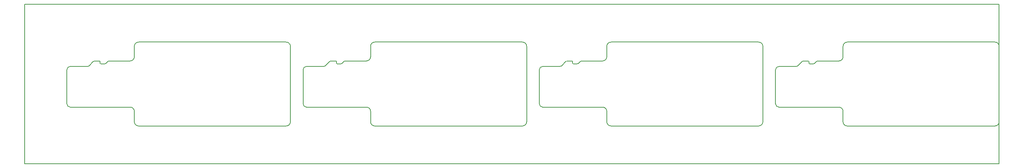
<source format=gm1>
G04 Layer_Color=16711935*
%FSLAX43Y43*%
%MOMM*%
G71*
G01*
G75*
%ADD11C,0.203*%
%ADD53C,0.127*%
%ADD57C,0.200*%
%ADD123C,0.203*%
D11*
X18100Y23825D02*
X18934D01*
X19217Y23942D02*
X19800Y24525D01*
X17900Y24025D02*
Y24425D01*
X16566Y24525D02*
X17800D01*
X15217Y23342D02*
X16283Y24408D01*
X10800Y23225D02*
X14934D01*
X10000Y14325D02*
Y22425D01*
X19800Y24525D02*
X25000D01*
X10800Y13525D02*
X25000D01*
X63000Y10025D02*
Y28025D01*
X27000Y9025D02*
X62000D01*
X26000Y10025D02*
Y12525D01*
X27000Y29025D02*
X62000D01*
X26000Y25525D02*
Y28025D01*
X74100Y23825D02*
X74934D01*
X75217Y23942D02*
X75800Y24525D01*
X73900Y24025D02*
Y24425D01*
X72566Y24525D02*
X73800D01*
X71217Y23342D02*
X72283Y24408D01*
X66800Y23225D02*
X70934D01*
X66000Y14325D02*
Y22425D01*
X75800Y24525D02*
X81000D01*
X66800Y13525D02*
X81000D01*
X119000Y10025D02*
Y28025D01*
X83000Y9025D02*
X118000D01*
X82000Y10025D02*
Y12525D01*
X83000Y29025D02*
X118000D01*
X82000Y25525D02*
Y28025D01*
X130100Y23825D02*
X130934D01*
X131217Y23942D02*
X131800Y24525D01*
X129900Y24025D02*
Y24425D01*
X128566Y24525D02*
X129800D01*
X127217Y23342D02*
X128283Y24408D01*
X122800Y23225D02*
X126934D01*
X122000Y14325D02*
Y22425D01*
X131800Y24525D02*
X137000D01*
X122800Y13525D02*
X137000D01*
X175000Y10025D02*
Y28025D01*
X139000Y9025D02*
X174000D01*
X138000Y10025D02*
Y12525D01*
X139000Y29025D02*
X174000D01*
X138000Y25525D02*
Y28025D01*
X186100Y23825D02*
X186934D01*
X187217Y23942D02*
X187800Y24525D01*
X185900Y24025D02*
Y24425D01*
X184566Y24525D02*
X185800D01*
X183217Y23342D02*
X184283Y24408D01*
X178800Y23225D02*
X182934D01*
X178000Y14325D02*
Y22425D01*
X187800Y24525D02*
X193000D01*
X178800Y13525D02*
X193000D01*
X231000Y10025D02*
Y28025D01*
X195000Y9025D02*
X230000D01*
X194000Y10025D02*
Y12525D01*
X195000Y29025D02*
X230000D01*
X194000Y25525D02*
Y28025D01*
D53*
X0Y25D02*
X231000D01*
X0D02*
Y38025D01*
Y38025D02*
X231000D01*
X231000Y25D02*
Y38025D01*
D57*
X17900Y24025D02*
G03*
X18100Y23825I200J0D01*
G01*
X73900Y24025D02*
G03*
X74100Y23825I200J0D01*
G01*
X129900Y24025D02*
G03*
X130100Y23825I200J0D01*
G01*
X185900Y24025D02*
G03*
X186100Y23825I200J0D01*
G01*
D123*
X27000Y29025D02*
G03*
X26000Y28025I0J-1000D01*
G01*
X63000Y28025D02*
G03*
X62000Y29025I-1000J0D01*
G01*
X18934Y23825D02*
G03*
X19217Y23942I0J400D01*
G01*
X17900Y24425D02*
G03*
X17800Y24525I-100J0D01*
G01*
X16566Y24525D02*
G03*
X16283Y24408I0J-400D01*
G01*
X14934Y23225D02*
G03*
X15217Y23342I0J400D01*
G01*
X10800Y23225D02*
G03*
X10000Y22425I0J-800D01*
G01*
X10000Y14325D02*
G03*
X10800Y13525I800J0D01*
G01*
X26000Y12525D02*
G03*
X25000Y13525I-1000J0D01*
G01*
Y24525D02*
G03*
X26000Y25525I0J1000D01*
G01*
X62000Y9025D02*
G03*
X63000Y10025I0J1000D01*
G01*
X26000Y10025D02*
G03*
X27000Y9025I1000J0D01*
G01*
X83000Y29025D02*
G03*
X82000Y28025I0J-1000D01*
G01*
X119000Y28025D02*
G03*
X118000Y29025I-1000J0D01*
G01*
X74934Y23825D02*
G03*
X75217Y23942I0J400D01*
G01*
X73900Y24425D02*
G03*
X73800Y24525I-100J0D01*
G01*
X72566Y24525D02*
G03*
X72283Y24408I0J-400D01*
G01*
X70934Y23225D02*
G03*
X71217Y23342I0J400D01*
G01*
X66800Y23225D02*
G03*
X66000Y22425I0J-800D01*
G01*
X66000Y14325D02*
G03*
X66800Y13525I800J0D01*
G01*
X82000Y12525D02*
G03*
X81000Y13525I-1000J0D01*
G01*
Y24525D02*
G03*
X82000Y25525I0J1000D01*
G01*
X118000Y9025D02*
G03*
X119000Y10025I0J1000D01*
G01*
X82000Y10025D02*
G03*
X83000Y9025I1000J0D01*
G01*
X139000Y29025D02*
G03*
X138000Y28025I0J-1000D01*
G01*
X175000Y28025D02*
G03*
X174000Y29025I-1000J0D01*
G01*
X130934Y23825D02*
G03*
X131217Y23942I0J400D01*
G01*
X129900Y24425D02*
G03*
X129800Y24525I-100J0D01*
G01*
X128566Y24525D02*
G03*
X128283Y24408I0J-400D01*
G01*
X126934Y23225D02*
G03*
X127217Y23342I0J400D01*
G01*
X122800Y23225D02*
G03*
X122000Y22425I0J-800D01*
G01*
X122000Y14325D02*
G03*
X122800Y13525I800J0D01*
G01*
X138000Y12525D02*
G03*
X137000Y13525I-1000J0D01*
G01*
Y24525D02*
G03*
X138000Y25525I0J1000D01*
G01*
X174000Y9025D02*
G03*
X175000Y10025I0J1000D01*
G01*
X138000Y10025D02*
G03*
X139000Y9025I1000J0D01*
G01*
X195000Y29025D02*
G03*
X194000Y28025I0J-1000D01*
G01*
X231000Y28025D02*
G03*
X230000Y29025I-1000J0D01*
G01*
X186934Y23825D02*
G03*
X187217Y23942I0J400D01*
G01*
X185900Y24425D02*
G03*
X185800Y24525I-100J0D01*
G01*
X184566Y24525D02*
G03*
X184283Y24408I0J-400D01*
G01*
X182934Y23225D02*
G03*
X183217Y23342I0J400D01*
G01*
X178800Y23225D02*
G03*
X178000Y22425I0J-800D01*
G01*
X178000Y14325D02*
G03*
X178800Y13525I800J0D01*
G01*
X194000Y12525D02*
G03*
X193000Y13525I-1000J0D01*
G01*
Y24525D02*
G03*
X194000Y25525I0J1000D01*
G01*
X230000Y9025D02*
G03*
X231000Y10025I0J1000D01*
G01*
X194000Y10025D02*
G03*
X195000Y9025I1000J0D01*
G01*
M02*

</source>
